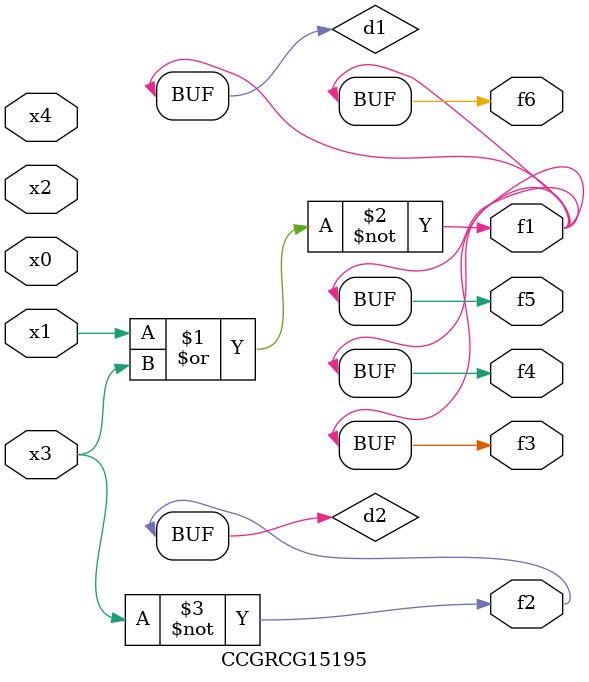
<source format=v>
module CCGRCG15195(
	input x0, x1, x2, x3, x4,
	output f1, f2, f3, f4, f5, f6
);

	wire d1, d2;

	nor (d1, x1, x3);
	not (d2, x3);
	assign f1 = d1;
	assign f2 = d2;
	assign f3 = d1;
	assign f4 = d1;
	assign f5 = d1;
	assign f6 = d1;
endmodule

</source>
